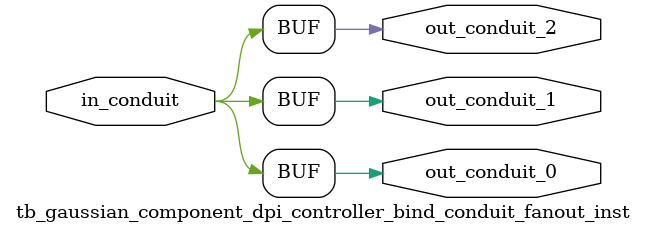
<source format=sv>


 


// --------------------------------------------------------------------------------
//| Avalon Conduit Fan-Out
// --------------------------------------------------------------------------------

// ------------------------------------------
// Generation parameters:
//   output_name:       tb_gaussian_component_dpi_controller_bind_conduit_fanout_inst
//   numFanOut:         3
//   
// ------------------------------------------

module tb_gaussian_component_dpi_controller_bind_conduit_fanout_inst (     

// Interface: out_conduit_0
 output                    out_conduit_0,
// Interface: out_conduit_1
 output                    out_conduit_1,
// Interface: out_conduit_2
 output                    out_conduit_2,

// Interface: in_conduit
 input                   in_conduit

);

   assign  out_conduit_0 = in_conduit;
   assign  out_conduit_1 = in_conduit;
   assign  out_conduit_2 = in_conduit;

endmodule //


</source>
